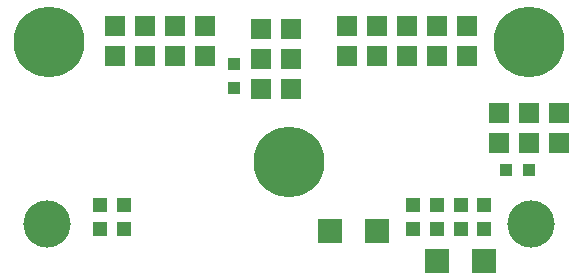
<source format=gbr>
G04 #@! TF.FileFunction,Soldermask,Bot*
%FSLAX46Y46*%
G04 Gerber Fmt 4.6, Leading zero omitted, Abs format (unit mm)*
G04 Created by KiCad (PCBNEW 0.201412101631+5319~19~ubuntu14.04.1-product) date Čt 11. prosinec 2014, 12:52:01 CET*
%MOMM*%
G01*
G04 APERTURE LIST*
%ADD10C,0.100000*%
%ADD11R,2.000000X2.000000*%
%ADD12R,1.000000X1.000000*%
%ADD13R,1.651000X1.651000*%
%ADD14R,1.300000X1.300000*%
%ADD15C,6.000000*%
%ADD16C,4.000000*%
G04 APERTURE END LIST*
D10*
D11*
X145294600Y-58623200D03*
X149294600Y-58623200D03*
X136252200Y-56159400D03*
X140252200Y-56159400D03*
D12*
X151120600Y-50977800D03*
X153120600Y-50977800D03*
X128117600Y-43976800D03*
X128117600Y-41976800D03*
D13*
X155676600Y-46151800D03*
X153136600Y-46151800D03*
X150596600Y-46151800D03*
X150596600Y-48691800D03*
X153136600Y-48691800D03*
X155676600Y-48691800D03*
X137668000Y-41275000D03*
X137668000Y-38735000D03*
X142748000Y-41275000D03*
X142748000Y-38735000D03*
X147828000Y-41275000D03*
X147828000Y-38735000D03*
X132943600Y-44119800D03*
X132943600Y-41579800D03*
X132943600Y-39039800D03*
X130403600Y-39039800D03*
X130403600Y-41579800D03*
X130403600Y-44119800D03*
D14*
X143316600Y-55949800D03*
X143316600Y-53949800D03*
X145316600Y-55949800D03*
X145316600Y-53949800D03*
X147316600Y-55949800D03*
X147316600Y-53949800D03*
X149316600Y-55949800D03*
X149316600Y-53949800D03*
D13*
X140208000Y-41275000D03*
X140208000Y-38735000D03*
X145288000Y-41275000D03*
X145288000Y-38735000D03*
X118084600Y-41325800D03*
X118084600Y-38785800D03*
X120624600Y-41325800D03*
X120624600Y-38785800D03*
D14*
X116816600Y-53949800D03*
X118816600Y-53949800D03*
X116816600Y-55949800D03*
X118816600Y-55949800D03*
D13*
X125704600Y-41325800D03*
X125704600Y-38785800D03*
X123164600Y-41325800D03*
X123164600Y-38785800D03*
D15*
X153136600Y-40109800D03*
X112496600Y-40109800D03*
D16*
X153316600Y-55549800D03*
X112316600Y-55549800D03*
D15*
X132816600Y-50269800D03*
M02*

</source>
